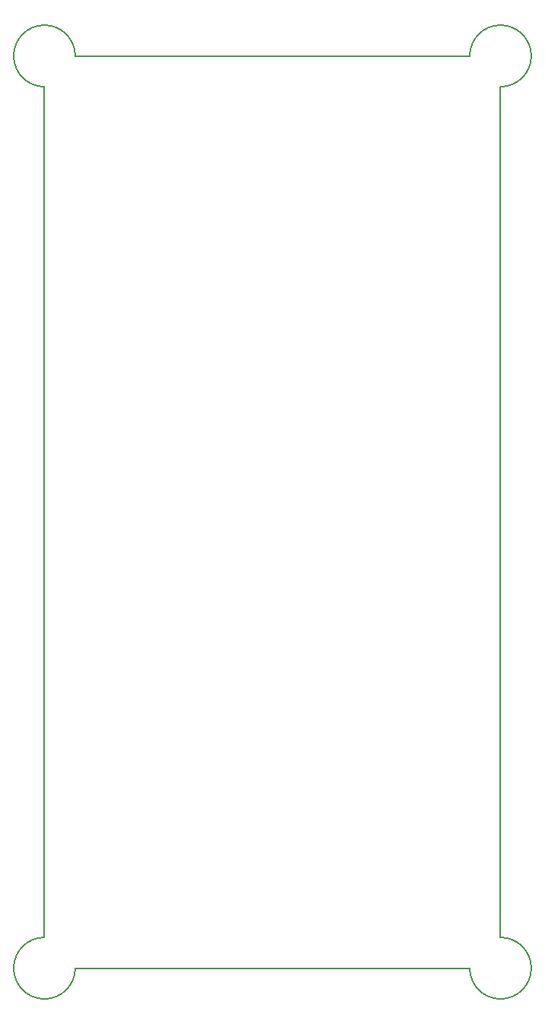
<source format=gbr>
G04 #@! TF.FileFunction,Profile,NP*
%FSLAX46Y46*%
G04 Gerber Fmt 4.6, Leading zero omitted, Abs format (unit mm)*
G04 Created by KiCad (PCBNEW 4.0.2-stable) date 08.07.2018 23:17:36*
%MOMM*%
G01*
G04 APERTURE LIST*
%ADD10C,0.100000*%
%ADD11C,0.150000*%
G04 APERTURE END LIST*
D10*
D11*
X147371000Y-28400000D02*
X103429000Y-28400000D01*
X150800000Y-126571000D02*
X150800000Y-31829000D01*
X103429000Y-130000000D02*
X147371000Y-130000000D01*
X100000000Y-31829000D02*
X100000000Y-126571000D01*
X100000000Y-126571000D02*
G75*
G03X96571000Y-130000000I0J-3429000D01*
G01*
X96571000Y-130000000D02*
G75*
G03X100000000Y-133429000I3429000J0D01*
G01*
X100000000Y-133429000D02*
G75*
G03X103429000Y-130000000I0J3429000D01*
G01*
X147371000Y-130000000D02*
G75*
G03X150800000Y-133429000I3429000J0D01*
G01*
X150800000Y-133429000D02*
G75*
G03X154229000Y-130000000I0J3429000D01*
G01*
X154229000Y-130000000D02*
G75*
G03X150800000Y-126571000I-3429000J0D01*
G01*
X150800000Y-31829000D02*
G75*
G03X154229000Y-28400000I0J3429000D01*
G01*
X154229000Y-28400000D02*
G75*
G03X150800000Y-24971000I-3429000J0D01*
G01*
X150800000Y-24971000D02*
G75*
G03X147371000Y-28400000I0J-3429000D01*
G01*
X103429000Y-28400000D02*
G75*
G03X100000000Y-24971000I-3429000J0D01*
G01*
X100000000Y-24971000D02*
G75*
G03X96571000Y-28400000I0J-3429000D01*
G01*
X96571000Y-28400000D02*
G75*
G03X100000000Y-31829000I3429000J0D01*
G01*
M02*

</source>
